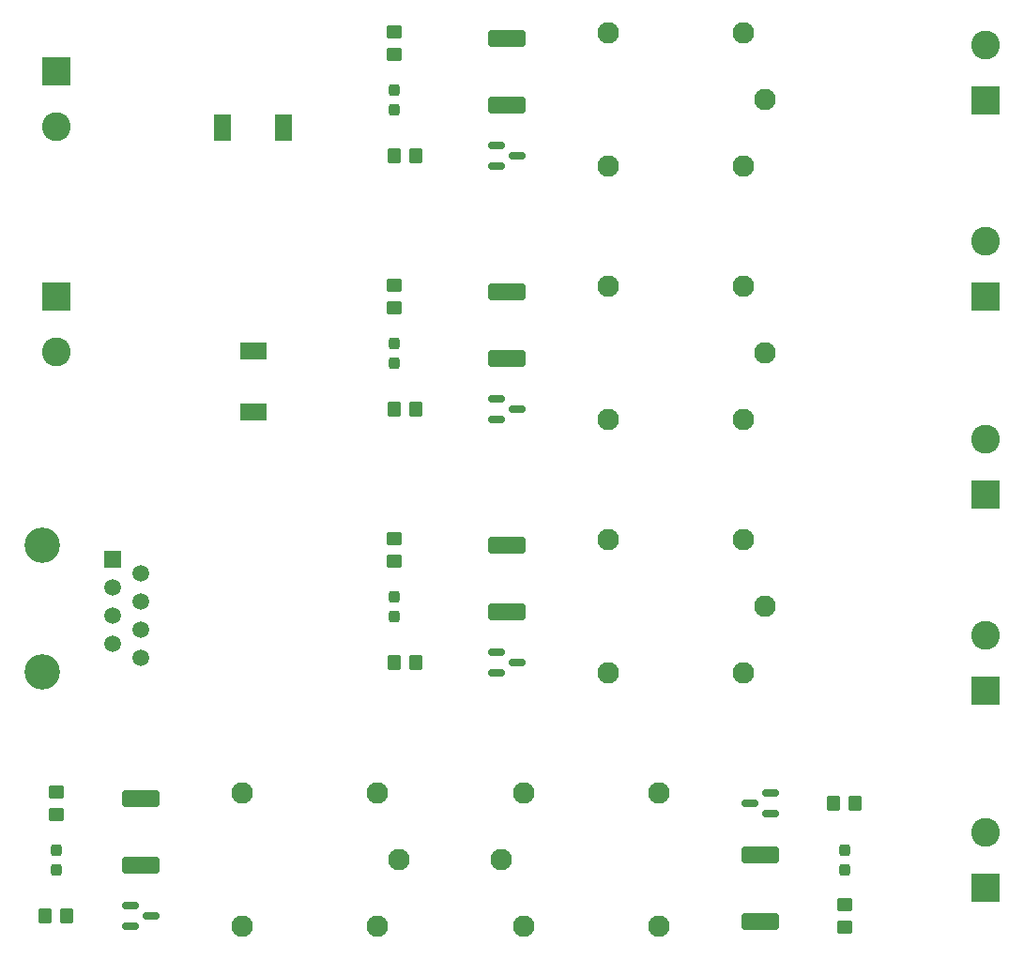
<source format=gbr>
%TF.GenerationSoftware,KiCad,Pcbnew,(6.0.8)*%
%TF.CreationDate,2022-11-07T17:30:20-05:00*%
%TF.ProjectId,Riego_potencia,52696567-6f5f-4706-9f74-656e6369612e,rev?*%
%TF.SameCoordinates,Original*%
%TF.FileFunction,Soldermask,Top*%
%TF.FilePolarity,Negative*%
%FSLAX46Y46*%
G04 Gerber Fmt 4.6, Leading zero omitted, Abs format (unit mm)*
G04 Created by KiCad (PCBNEW (6.0.8)) date 2022-11-07 17:30:20*
%MOMM*%
%LPD*%
G01*
G04 APERTURE LIST*
G04 Aperture macros list*
%AMRoundRect*
0 Rectangle with rounded corners*
0 $1 Rounding radius*
0 $2 $3 $4 $5 $6 $7 $8 $9 X,Y pos of 4 corners*
0 Add a 4 corners polygon primitive as box body*
4,1,4,$2,$3,$4,$5,$6,$7,$8,$9,$2,$3,0*
0 Add four circle primitives for the rounded corners*
1,1,$1+$1,$2,$3*
1,1,$1+$1,$4,$5*
1,1,$1+$1,$6,$7*
1,1,$1+$1,$8,$9*
0 Add four rect primitives between the rounded corners*
20,1,$1+$1,$2,$3,$4,$5,0*
20,1,$1+$1,$4,$5,$6,$7,0*
20,1,$1+$1,$6,$7,$8,$9,0*
20,1,$1+$1,$8,$9,$2,$3,0*%
G04 Aperture macros list end*
%ADD10RoundRect,0.150000X-0.587500X-0.150000X0.587500X-0.150000X0.587500X0.150000X-0.587500X0.150000X0*%
%ADD11RoundRect,0.250000X-0.450000X0.350000X-0.450000X-0.350000X0.450000X-0.350000X0.450000X0.350000X0*%
%ADD12RoundRect,0.249999X-1.425001X0.512501X-1.425001X-0.512501X1.425001X-0.512501X1.425001X0.512501X0*%
%ADD13C,1.950000*%
%ADD14RoundRect,0.237500X-0.237500X0.287500X-0.237500X-0.287500X0.237500X-0.287500X0.237500X0.287500X0*%
%ADD15RoundRect,0.237500X0.237500X-0.287500X0.237500X0.287500X-0.237500X0.287500X-0.237500X-0.287500X0*%
%ADD16R,2.600000X2.600000*%
%ADD17C,2.600000*%
%ADD18RoundRect,0.250000X-0.350000X-0.450000X0.350000X-0.450000X0.350000X0.450000X-0.350000X0.450000X0*%
%ADD19RoundRect,0.250000X0.350000X0.450000X-0.350000X0.450000X-0.350000X-0.450000X0.350000X-0.450000X0*%
%ADD20RoundRect,0.249999X1.425001X-0.512501X1.425001X0.512501X-1.425001X0.512501X-1.425001X-0.512501X0*%
%ADD21C,3.200000*%
%ADD22R,1.500000X1.500000*%
%ADD23C,1.500000*%
%ADD24R,2.400000X1.500000*%
%ADD25RoundRect,0.150000X0.587500X0.150000X-0.587500X0.150000X-0.587500X-0.150000X0.587500X-0.150000X0*%
%ADD26R,1.500000X2.400000*%
G04 APERTURE END LIST*
D10*
%TO.C,Q1*%
X80342500Y-42230000D03*
X80342500Y-44130000D03*
X82217500Y-43180000D03*
%TD*%
D11*
%TO.C,RL1*%
X71120000Y-32020000D03*
X71120000Y-34020000D03*
%TD*%
D10*
%TO.C,Q5*%
X47322500Y-110810000D03*
X47322500Y-112710000D03*
X49197500Y-111760000D03*
%TD*%
D12*
%TO.C,D3*%
X81280000Y-78292500D03*
X81280000Y-84267500D03*
%TD*%
D11*
%TO.C,RL4*%
X111760000Y-110760000D03*
X111760000Y-112760000D03*
%TD*%
D10*
%TO.C,Q3*%
X80342500Y-87950000D03*
X80342500Y-89850000D03*
X82217500Y-88900000D03*
%TD*%
D13*
%TO.C,K5*%
X57400000Y-100680000D03*
X57400000Y-112680000D03*
X71600000Y-106680000D03*
X69600000Y-100680000D03*
X69600000Y-112680000D03*
%TD*%
D14*
%TO.C,DL4*%
X111760000Y-105805000D03*
X111760000Y-107555000D03*
%TD*%
D15*
%TO.C,DL3*%
X71120000Y-84695000D03*
X71120000Y-82945000D03*
%TD*%
D11*
%TO.C,RL2*%
X71120000Y-54880000D03*
X71120000Y-56880000D03*
%TD*%
D16*
%TO.C,J4*%
X124460000Y-91440000D03*
D17*
X124460000Y-86440000D03*
%TD*%
D11*
%TO.C,RL3*%
X71120000Y-77740000D03*
X71120000Y-79740000D03*
%TD*%
%TO.C,RL5*%
X40640000Y-100600000D03*
X40640000Y-102600000D03*
%TD*%
D18*
%TO.C,R3*%
X71120000Y-88900000D03*
X73120000Y-88900000D03*
%TD*%
D12*
%TO.C,D5*%
X48260000Y-101152500D03*
X48260000Y-107127500D03*
%TD*%
D15*
%TO.C,DL5*%
X40640000Y-107555000D03*
X40640000Y-105805000D03*
%TD*%
D19*
%TO.C,R2*%
X73120000Y-66040000D03*
X71120000Y-66040000D03*
%TD*%
%TO.C,R1*%
X73120000Y-43180000D03*
X71120000Y-43180000D03*
%TD*%
D12*
%TO.C,D2*%
X81280000Y-55432500D03*
X81280000Y-61407500D03*
%TD*%
D20*
%TO.C,D4*%
X104140000Y-112207500D03*
X104140000Y-106232500D03*
%TD*%
D18*
%TO.C,R5*%
X39640000Y-111760000D03*
X41640000Y-111760000D03*
%TD*%
D13*
%TO.C,K1*%
X90420000Y-32100000D03*
X90420000Y-44100000D03*
X104620000Y-38100000D03*
X102620000Y-32100000D03*
X102620000Y-44100000D03*
%TD*%
D16*
%TO.C,J5*%
X124460000Y-109220000D03*
D17*
X124460000Y-104220000D03*
%TD*%
D16*
%TO.C,Jent1*%
X40640000Y-55880000D03*
D17*
X40640000Y-60880000D03*
%TD*%
D10*
%TO.C,Q2*%
X80342500Y-65090000D03*
X80342500Y-66990000D03*
X82217500Y-66040000D03*
%TD*%
D21*
%TO.C,J45*%
X39390000Y-78267500D03*
X39390000Y-89697500D03*
D22*
X45740000Y-79537500D03*
D23*
X48280000Y-80807500D03*
X45740000Y-82077500D03*
X48280000Y-83347500D03*
X45740000Y-84617500D03*
X48280000Y-85887500D03*
X45740000Y-87157500D03*
X48280000Y-88427500D03*
%TD*%
D15*
%TO.C,DL2*%
X71120000Y-61835000D03*
X71120000Y-60085000D03*
%TD*%
D24*
%TO.C,L1*%
X58420000Y-66250000D03*
X58420000Y-60750000D03*
%TD*%
D13*
%TO.C,K4*%
X95000000Y-112680000D03*
X95000000Y-100680000D03*
X80800000Y-106680000D03*
X82800000Y-112680000D03*
X82800000Y-100680000D03*
%TD*%
D19*
%TO.C,R4*%
X112760000Y-101600000D03*
X110760000Y-101600000D03*
%TD*%
D25*
%TO.C,Q4*%
X105077500Y-102550000D03*
X105077500Y-100650000D03*
X103202500Y-101600000D03*
%TD*%
D12*
%TO.C,D1*%
X81280000Y-32572500D03*
X81280000Y-38547500D03*
%TD*%
D16*
%TO.C,J3*%
X124460000Y-73740000D03*
D17*
X124460000Y-68740000D03*
%TD*%
D13*
%TO.C,K3*%
X90420000Y-77820000D03*
X90420000Y-89820000D03*
X104620000Y-83820000D03*
X102620000Y-77820000D03*
X102620000Y-89820000D03*
%TD*%
D16*
%TO.C,J2*%
X124460000Y-55880000D03*
D17*
X124460000Y-50880000D03*
%TD*%
D13*
%TO.C,K2*%
X90420000Y-54960000D03*
X90420000Y-66960000D03*
X104620000Y-60960000D03*
X102620000Y-54960000D03*
X102620000Y-66960000D03*
%TD*%
D15*
%TO.C,DL1*%
X71120000Y-38975000D03*
X71120000Y-37225000D03*
%TD*%
D26*
%TO.C,L2*%
X61170000Y-40640000D03*
X55670000Y-40640000D03*
%TD*%
D16*
%TO.C,Jent2*%
X40640000Y-35560000D03*
D17*
X40640000Y-40560000D03*
%TD*%
D16*
%TO.C,J1*%
X124460000Y-38180000D03*
D17*
X124460000Y-33180000D03*
%TD*%
M02*

</source>
